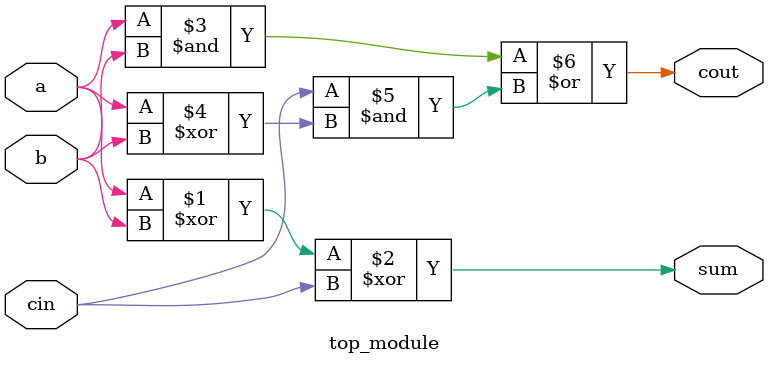
<source format=sv>
module top_module (
  input a,
  input b,
  input cin,
  output cout,
  output sum
);

  // Implementing the full adder logic
  assign sum = a ^ b ^ cin;
  assign cout = (a & b) | (cin & (a ^ b));

endmodule

</source>
